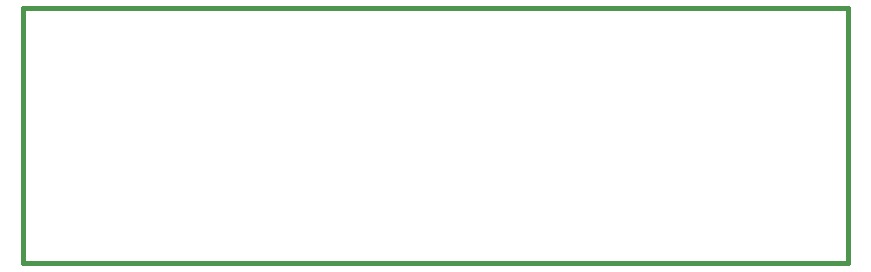
<source format=gbr>
G04 (created by PCBNEW (2012-09-11 BZR 3714)-testing) date mer. 12 sept. 2012 09:40:05 CEST*
%MOIN*%
G04 Gerber Fmt 3.4, Leading zero omitted, Abs format*
%FSLAX34Y34*%
G01*
G70*
G90*
G04 APERTURE LIST*
%ADD10C,0.006*%
%ADD11C,0.015*%
G04 APERTURE END LIST*
G54D10*
G54D11*
X74000Y-41500D02*
X74000Y-50000D01*
X46500Y-41500D02*
X74000Y-41500D01*
X46500Y-50000D02*
X46500Y-41500D01*
X74000Y-50000D02*
X46500Y-50000D01*
M02*

</source>
